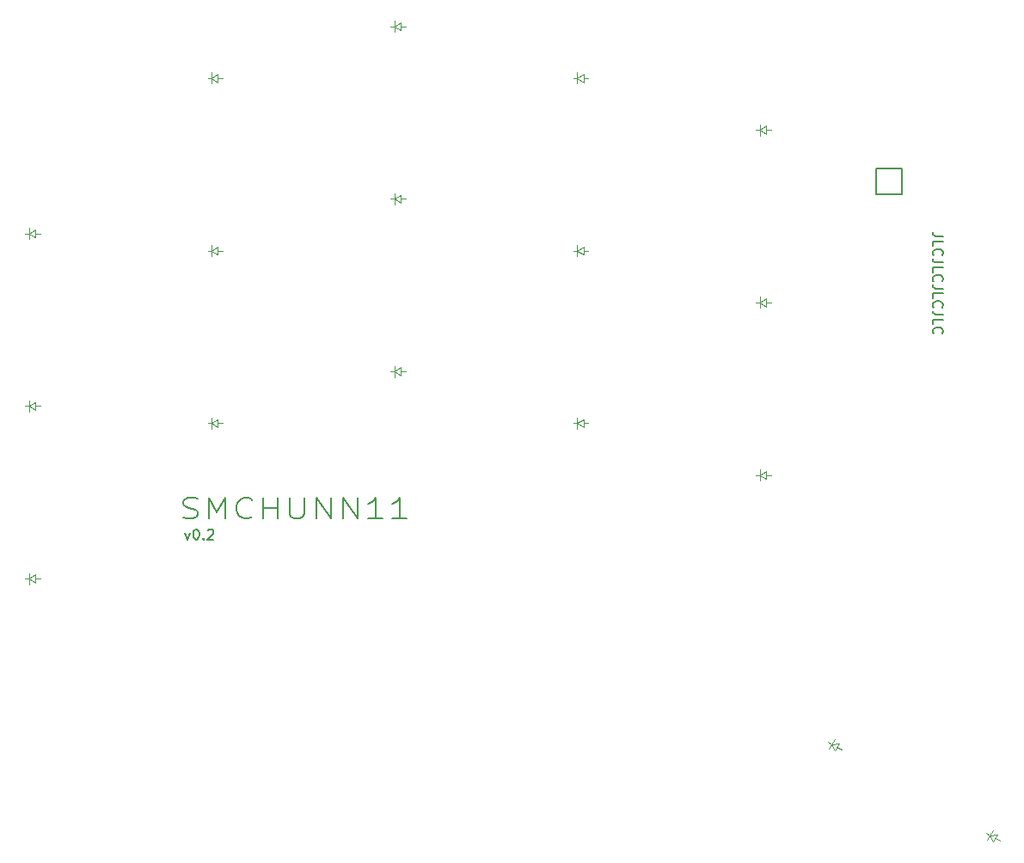
<source format=gbr>
%TF.GenerationSoftware,KiCad,Pcbnew,(6.0.6-1)-1*%
%TF.CreationDate,2022-08-08T10:13:26-05:00*%
%TF.ProjectId,smcboard,736d6362-6f61-4726-942e-6b696361645f,v1.0.0*%
%TF.SameCoordinates,Original*%
%TF.FileFunction,Legend,Top*%
%TF.FilePolarity,Positive*%
%FSLAX46Y46*%
G04 Gerber Fmt 4.6, Leading zero omitted, Abs format (unit mm)*
G04 Created by KiCad (PCBNEW (6.0.6-1)-1) date 2022-08-08 10:13:26*
%MOMM*%
%LPD*%
G01*
G04 APERTURE LIST*
%ADD10C,0.200000*%
%ADD11C,0.150000*%
%ADD12C,0.100000*%
G04 APERTURE END LIST*
D10*
X117238095Y-101559523D02*
X117595238Y-101654761D01*
X118190476Y-101654761D01*
X118428571Y-101559523D01*
X118547619Y-101464285D01*
X118666666Y-101273809D01*
X118666666Y-101083333D01*
X118547619Y-100892857D01*
X118428571Y-100797619D01*
X118190476Y-100702380D01*
X117714285Y-100607142D01*
X117476190Y-100511904D01*
X117357142Y-100416666D01*
X117238095Y-100226190D01*
X117238095Y-100035714D01*
X117357142Y-99845238D01*
X117476190Y-99750000D01*
X117714285Y-99654761D01*
X118309523Y-99654761D01*
X118666666Y-99750000D01*
X119738095Y-101654761D02*
X119738095Y-99654761D01*
X120571428Y-101083333D01*
X121404761Y-99654761D01*
X121404761Y-101654761D01*
X124023809Y-101464285D02*
X123904761Y-101559523D01*
X123547619Y-101654761D01*
X123309523Y-101654761D01*
X122952380Y-101559523D01*
X122714285Y-101369047D01*
X122595238Y-101178571D01*
X122476190Y-100797619D01*
X122476190Y-100511904D01*
X122595238Y-100130952D01*
X122714285Y-99940476D01*
X122952380Y-99750000D01*
X123309523Y-99654761D01*
X123547619Y-99654761D01*
X123904761Y-99750000D01*
X124023809Y-99845238D01*
X125095238Y-101654761D02*
X125095238Y-99654761D01*
X125095238Y-100607142D02*
X126523809Y-100607142D01*
X126523809Y-101654761D02*
X126523809Y-99654761D01*
X127714285Y-99654761D02*
X127714285Y-101273809D01*
X127833333Y-101464285D01*
X127952380Y-101559523D01*
X128190476Y-101654761D01*
X128666666Y-101654761D01*
X128904761Y-101559523D01*
X129023809Y-101464285D01*
X129142857Y-101273809D01*
X129142857Y-99654761D01*
X130333333Y-101654761D02*
X130333333Y-99654761D01*
X131761904Y-101654761D01*
X131761904Y-99654761D01*
X132952380Y-101654761D02*
X132952380Y-99654761D01*
X134380952Y-101654761D01*
X134380952Y-99654761D01*
X136880952Y-101654761D02*
X135452380Y-101654761D01*
X136166666Y-101654761D02*
X136166666Y-99654761D01*
X135928571Y-99940476D01*
X135690476Y-100130952D01*
X135452380Y-100226190D01*
X139261904Y-101654761D02*
X137833333Y-101654761D01*
X138547619Y-101654761D02*
X138547619Y-99654761D01*
X138309523Y-99940476D01*
X138071428Y-100130952D01*
X137833333Y-100226190D01*
X117423428Y-103075714D02*
X117661523Y-103742380D01*
X117899619Y-103075714D01*
X118471047Y-102742380D02*
X118566285Y-102742380D01*
X118661523Y-102790000D01*
X118709142Y-102837619D01*
X118756761Y-102932857D01*
X118804380Y-103123333D01*
X118804380Y-103361428D01*
X118756761Y-103551904D01*
X118709142Y-103647142D01*
X118661523Y-103694761D01*
X118566285Y-103742380D01*
X118471047Y-103742380D01*
X118375809Y-103694761D01*
X118328190Y-103647142D01*
X118280571Y-103551904D01*
X118232952Y-103361428D01*
X118232952Y-103123333D01*
X118280571Y-102932857D01*
X118328190Y-102837619D01*
X118375809Y-102790000D01*
X118471047Y-102742380D01*
X119232952Y-103647142D02*
X119280571Y-103694761D01*
X119232952Y-103742380D01*
X119185333Y-103694761D01*
X119232952Y-103647142D01*
X119232952Y-103742380D01*
X119661523Y-102837619D02*
X119709142Y-102790000D01*
X119804380Y-102742380D01*
X120042476Y-102742380D01*
X120137714Y-102790000D01*
X120185333Y-102837619D01*
X120232952Y-102932857D01*
X120232952Y-103028095D01*
X120185333Y-103170952D01*
X119613904Y-103742380D01*
X120232952Y-103742380D01*
D11*
X192047619Y-73880952D02*
X191333333Y-73880952D01*
X191190476Y-73833333D01*
X191095238Y-73738095D01*
X191047619Y-73595238D01*
X191047619Y-73500000D01*
X191047619Y-74833333D02*
X191047619Y-74357142D01*
X192047619Y-74357142D01*
X191142857Y-75738095D02*
X191095238Y-75690476D01*
X191047619Y-75547619D01*
X191047619Y-75452380D01*
X191095238Y-75309523D01*
X191190476Y-75214285D01*
X191285714Y-75166666D01*
X191476190Y-75119047D01*
X191619047Y-75119047D01*
X191809523Y-75166666D01*
X191904761Y-75214285D01*
X192000000Y-75309523D01*
X192047619Y-75452380D01*
X192047619Y-75547619D01*
X192000000Y-75690476D01*
X191952380Y-75738095D01*
X192047619Y-76452380D02*
X191333333Y-76452380D01*
X191190476Y-76404761D01*
X191095238Y-76309523D01*
X191047619Y-76166666D01*
X191047619Y-76071428D01*
X191047619Y-77404761D02*
X191047619Y-76928571D01*
X192047619Y-76928571D01*
X191142857Y-78309523D02*
X191095238Y-78261904D01*
X191047619Y-78119047D01*
X191047619Y-78023809D01*
X191095238Y-77880952D01*
X191190476Y-77785714D01*
X191285714Y-77738095D01*
X191476190Y-77690476D01*
X191619047Y-77690476D01*
X191809523Y-77738095D01*
X191904761Y-77785714D01*
X192000000Y-77880952D01*
X192047619Y-78023809D01*
X192047619Y-78119047D01*
X192000000Y-78261904D01*
X191952380Y-78309523D01*
X192047619Y-79023809D02*
X191333333Y-79023809D01*
X191190476Y-78976190D01*
X191095238Y-78880952D01*
X191047619Y-78738095D01*
X191047619Y-78642857D01*
X191047619Y-79976190D02*
X191047619Y-79500000D01*
X192047619Y-79500000D01*
X191142857Y-80880952D02*
X191095238Y-80833333D01*
X191047619Y-80690476D01*
X191047619Y-80595238D01*
X191095238Y-80452380D01*
X191190476Y-80357142D01*
X191285714Y-80309523D01*
X191476190Y-80261904D01*
X191619047Y-80261904D01*
X191809523Y-80309523D01*
X191904761Y-80357142D01*
X192000000Y-80452380D01*
X192047619Y-80595238D01*
X192047619Y-80690476D01*
X192000000Y-80833333D01*
X191952380Y-80880952D01*
X192047619Y-81595238D02*
X191333333Y-81595238D01*
X191190476Y-81547619D01*
X191095238Y-81452380D01*
X191047619Y-81309523D01*
X191047619Y-81214285D01*
X191047619Y-82547619D02*
X191047619Y-82071428D01*
X192047619Y-82071428D01*
X191142857Y-83452380D02*
X191095238Y-83404761D01*
X191047619Y-83261904D01*
X191047619Y-83166666D01*
X191095238Y-83023809D01*
X191190476Y-82928571D01*
X191285714Y-82880952D01*
X191476190Y-82833333D01*
X191619047Y-82833333D01*
X191809523Y-82880952D01*
X191904761Y-82928571D01*
X192000000Y-83023809D01*
X192047619Y-83166666D01*
X192047619Y-83261904D01*
X192000000Y-83404761D01*
X191952380Y-83452380D01*
%TO.C,MCU1*%
D12*
%TO.C,D6*%
X120650000Y-58700000D02*
X120050000Y-58300000D01*
X119650000Y-58300000D02*
X120050000Y-58300000D01*
X120050000Y-58300000D02*
X120050000Y-58850000D01*
X120050000Y-58300000D02*
X120650000Y-57900000D01*
X120650000Y-57900000D02*
X120650000Y-58700000D01*
X120050000Y-58300000D02*
X120050000Y-57750000D01*
X120650000Y-58300000D02*
X121150000Y-58300000D01*
%TO.C,D7*%
X137650000Y-87200000D02*
X138050000Y-87200000D01*
X138050000Y-87200000D02*
X138650000Y-86800000D01*
X138650000Y-87600000D02*
X138050000Y-87200000D01*
X138650000Y-87200000D02*
X139150000Y-87200000D01*
X138050000Y-87200000D02*
X138050000Y-87750000D01*
X138650000Y-86800000D02*
X138650000Y-87600000D01*
X138050000Y-87200000D02*
X138050000Y-86650000D01*
%TO.C,D11*%
X156650000Y-74900000D02*
X156650000Y-75700000D01*
X156650000Y-75700000D02*
X156050000Y-75300000D01*
X156050000Y-75300000D02*
X156650000Y-74900000D01*
X156650000Y-75300000D02*
X157150000Y-75300000D01*
X156050000Y-75300000D02*
X156050000Y-75850000D01*
X155650000Y-75300000D02*
X156050000Y-75300000D01*
X156050000Y-75300000D02*
X156050000Y-74750000D01*
%TO.C,D13*%
X174650000Y-97800000D02*
X174050000Y-97400000D01*
X174050000Y-97400000D02*
X174050000Y-96850000D01*
X173650000Y-97400000D02*
X174050000Y-97400000D01*
X174050000Y-97400000D02*
X174650000Y-97000000D01*
X174050000Y-97400000D02*
X174050000Y-97950000D01*
X174650000Y-97400000D02*
X175150000Y-97400000D01*
X174650000Y-97000000D02*
X174650000Y-97800000D01*
%TO.C,D3*%
X102050000Y-73600000D02*
X102650000Y-73200000D01*
X102650000Y-73600000D02*
X103150000Y-73600000D01*
X102650000Y-74000000D02*
X102050000Y-73600000D01*
X101650000Y-73600000D02*
X102050000Y-73600000D01*
X102050000Y-73600000D02*
X102050000Y-74150000D01*
X102650000Y-73200000D02*
X102650000Y-74000000D01*
X102050000Y-73600000D02*
X102050000Y-73050000D01*
%TO.C,D16*%
X181096891Y-123889102D02*
X180821891Y-124365416D01*
X181416506Y-124535512D02*
X181096891Y-123889102D01*
X181816506Y-123842692D02*
X181416506Y-124535512D01*
X181616506Y-124189102D02*
X182049519Y-124439102D01*
X181096891Y-123889102D02*
X181371891Y-123412788D01*
X181096891Y-123889102D02*
X181816506Y-123842692D01*
X180750481Y-123689102D02*
X181096891Y-123889102D01*
%TO.C,D12*%
X156650000Y-57900000D02*
X156650000Y-58700000D01*
X156050000Y-58300000D02*
X156650000Y-57900000D01*
X156650000Y-58300000D02*
X157150000Y-58300000D01*
X156050000Y-58300000D02*
X156050000Y-58850000D01*
X156050000Y-58300000D02*
X156050000Y-57750000D01*
X155650000Y-58300000D02*
X156050000Y-58300000D01*
X156650000Y-58700000D02*
X156050000Y-58300000D01*
%TO.C,D2*%
X102650000Y-91000000D02*
X102050000Y-90600000D01*
X102050000Y-90600000D02*
X102650000Y-90200000D01*
X102050000Y-90600000D02*
X102050000Y-91150000D01*
X102650000Y-90200000D02*
X102650000Y-91000000D01*
X102650000Y-90600000D02*
X103150000Y-90600000D01*
X101650000Y-90600000D02*
X102050000Y-90600000D01*
X102050000Y-90600000D02*
X102050000Y-90050000D01*
%TO.C,D14*%
X174050000Y-80400000D02*
X174050000Y-79850000D01*
X174650000Y-80800000D02*
X174050000Y-80400000D01*
X174050000Y-80400000D02*
X174050000Y-80950000D01*
X174650000Y-80400000D02*
X175150000Y-80400000D01*
X174650000Y-80000000D02*
X174650000Y-80800000D01*
X174050000Y-80400000D02*
X174650000Y-80000000D01*
X173650000Y-80400000D02*
X174050000Y-80400000D01*
%TO.C,D5*%
X120050000Y-75300000D02*
X120050000Y-74750000D01*
X120650000Y-75300000D02*
X121150000Y-75300000D01*
X120050000Y-75300000D02*
X120050000Y-75850000D01*
X120650000Y-75700000D02*
X120050000Y-75300000D01*
X120650000Y-74900000D02*
X120650000Y-75700000D01*
X119650000Y-75300000D02*
X120050000Y-75300000D01*
X120050000Y-75300000D02*
X120650000Y-74900000D01*
%TO.C,D15*%
X174050000Y-63400000D02*
X174650000Y-63000000D01*
X174650000Y-63000000D02*
X174650000Y-63800000D01*
X174050000Y-63400000D02*
X174050000Y-63950000D01*
X174650000Y-63800000D02*
X174050000Y-63400000D01*
X174050000Y-63400000D02*
X174050000Y-62850000D01*
X174650000Y-63400000D02*
X175150000Y-63400000D01*
X173650000Y-63400000D02*
X174050000Y-63400000D01*
%TO.C,D9*%
X138650000Y-52800000D02*
X138650000Y-53600000D01*
X138650000Y-53600000D02*
X138050000Y-53200000D01*
X138050000Y-53200000D02*
X138650000Y-52800000D01*
X137650000Y-53200000D02*
X138050000Y-53200000D01*
X138050000Y-53200000D02*
X138050000Y-53750000D01*
X138650000Y-53200000D02*
X139150000Y-53200000D01*
X138050000Y-53200000D02*
X138050000Y-52650000D01*
%TO.C,D8*%
X138650000Y-70600000D02*
X138050000Y-70200000D01*
X138050000Y-70200000D02*
X138050000Y-70750000D01*
X138050000Y-70200000D02*
X138050000Y-69650000D01*
X137650000Y-70200000D02*
X138050000Y-70200000D01*
X138050000Y-70200000D02*
X138650000Y-69800000D01*
X138650000Y-69800000D02*
X138650000Y-70600000D01*
X138650000Y-70200000D02*
X139150000Y-70200000D01*
%TO.C,D1*%
X102050000Y-107600000D02*
X102050000Y-107050000D01*
X102650000Y-108000000D02*
X102050000Y-107600000D01*
X102650000Y-107200000D02*
X102650000Y-108000000D01*
X102050000Y-107600000D02*
X102050000Y-108150000D01*
X101650000Y-107600000D02*
X102050000Y-107600000D01*
X102050000Y-107600000D02*
X102650000Y-107200000D01*
X102650000Y-107600000D02*
X103150000Y-107600000D01*
%TO.C,D17*%
X196338938Y-132689102D02*
X196685348Y-132889102D01*
X196685348Y-132889102D02*
X196410348Y-133365416D01*
X197404963Y-132842692D02*
X197004963Y-133535512D01*
X196685348Y-132889102D02*
X197404963Y-132842692D01*
X197204963Y-133189102D02*
X197637976Y-133439102D01*
X197004963Y-133535512D02*
X196685348Y-132889102D01*
X196685348Y-132889102D02*
X196960348Y-132412788D01*
D11*
%TO.C,MCU1*%
X188050000Y-69700000D02*
X185510000Y-69700000D01*
X185510000Y-69700000D02*
X185510000Y-67160000D01*
X188050000Y-67160000D02*
X188050000Y-69700000D01*
X188050000Y-67160000D02*
X185510000Y-67160000D01*
D12*
%TO.C,D4*%
X120650000Y-92700000D02*
X120050000Y-92300000D01*
X120050000Y-92300000D02*
X120050000Y-92850000D01*
X120050000Y-92300000D02*
X120650000Y-91900000D01*
X120050000Y-92300000D02*
X120050000Y-91750000D01*
X119650000Y-92300000D02*
X120050000Y-92300000D01*
X120650000Y-92300000D02*
X121150000Y-92300000D01*
X120650000Y-91900000D02*
X120650000Y-92700000D01*
%TO.C,D10*%
X156650000Y-91900000D02*
X156650000Y-92700000D01*
X156050000Y-92300000D02*
X156650000Y-91900000D01*
X156650000Y-92700000D02*
X156050000Y-92300000D01*
X155650000Y-92300000D02*
X156050000Y-92300000D01*
X156050000Y-92300000D02*
X156050000Y-91750000D01*
X156050000Y-92300000D02*
X156050000Y-92850000D01*
X156650000Y-92300000D02*
X157150000Y-92300000D01*
%TD*%
M02*

</source>
